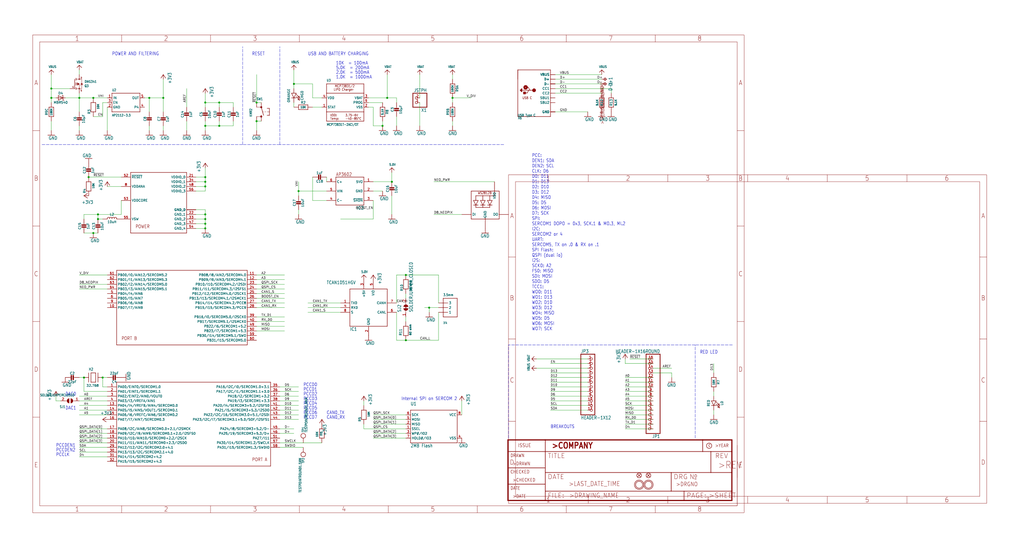
<source format=kicad_sch>
(kicad_sch (version 20211123) (generator eeschema)
  (paper "User" 557.53 299.161)
  (junction (at 111.76 96.52))
  (junction (at 208.28 68.58))
  (junction (at 119.38 55.88))
  (junction (at 160.02 45.72))
  (junction (at 50.8 53.34))
  (junction (at 139.7 66.04))
  (junction (at 50.8 127))
  (junction (at 111.76 119.38))
  (junction (at 81.28 53.34))
  (junction (at 88.9 53.34))
  (junction (at 246.38 53.34))
  (junction (at 111.76 101.6))
  (junction (at 233.68 167.64))
  (junction (at 111.76 68.58))
  (junction (at 213.36 99.06))
  (junction (at 111.76 121.92))
  (junction (at 45.72 205.74))
  (junction (at 162.56 104.14))
  (junction (at 53.34 116.84))
  (junction (at 210.82 53.34))
  (junction (at 43.18 53.34))
  (junction (at 48.26 96.52))
  (junction (at 55.88 205.74))
  (junction (at 220.98 185.42))
  (junction (at 119.38 68.58))
  (junction (at 111.76 99.06))
  (junction (at 27.94 53.34))
  (junction (at 53.34 119.38))
  (junction (at 139.7 55.88))
  (junction (at 111.76 124.46))
  (junction (at 220.98 149.86))
  (junction (at 27.94 48.26))
  (junction (at 111.76 55.88))
  (junction (at 111.76 116.84))
  (wire (pts (xy 139.7 40.64) (xy 139.7 55.88)))
  (wire (pts (xy 215.9 53.34) (xy 210.82 53.34)))
  (wire (pts (xy 299.72 223.52) (xy 320.04 223.52)))
  (wire (pts (xy 66.04 116.84) (xy 66.04 109.22)))
  (wire (pts (xy 203.2 109.22) (xy 203.2 119.38)))
  (wire (pts (xy 233.68 167.64) (xy 233.68 170.18)))
  (wire (pts (xy 139.7 55.88) (xy 142.24 55.88)))
  (wire (pts (xy 111.76 96.52) (xy 111.76 91.44)))
  (wire (pts (xy 220.98 149.86) (xy 238.76 149.86)))
  (wire (pts (xy 33.02 218.44) (xy 30.48 218.44)))
  (wire (pts (xy 55.88 205.74) (xy 58.42 205.74)))
  (wire (pts (xy 119.38 55.88) (xy 111.76 55.88)))
  (wire (pts (xy 127 66.04) (xy 127 68.58)))
  (wire (pts (xy 111.76 55.88) (xy 111.76 50.8)))
  (wire (pts (xy 139.7 157.48) (xy 154.94 157.48)))
  (wire (pts (xy 198.12 233.68) (xy 220.98 233.68)))
  (wire (pts (xy 302.26 45.72) (xy 327.66 45.72)))
  (wire (pts (xy 251.46 218.44) (xy 251.46 226.06)))
  (wire (pts (xy 58.42 233.68) (xy 43.18 233.68)))
  (wire (pts (xy 43.18 38.1) (xy 43.18 40.64)))
  (wire (pts (xy 152.4 241.3) (xy 175.26 241.3)))
  (wire (pts (xy 111.76 99.06) (xy 111.76 101.6)))
  (wire (pts (xy 119.38 68.58) (xy 111.76 68.58)))
  (wire (pts (xy 139.7 165.1) (xy 154.94 165.1)))
  (wire (pts (xy 55.88 55.88) (xy 58.42 55.88)))
  (wire (pts (xy 170.18 58.42) (xy 175.26 58.42)))
  (wire (pts (xy 58.42 101.6) (xy 66.04 101.6)))
  (wire (pts (xy 35.56 53.34) (xy 43.18 53.34)))
  (wire (pts (xy 106.68 104.14) (xy 111.76 104.14)))
  (wire (pts (xy 55.88 63.5) (xy 55.88 55.88)))
  (wire (pts (xy 162.56 218.44) (xy 152.4 218.44)))
  (wire (pts (xy 43.18 50.8) (xy 43.18 53.34)))
  (polyline (pts (xy 152.4 78.74) (xy 132.08 78.74)))
  (wire (pts (xy 162.56 104.14) (xy 162.56 106.68)))
  (wire (pts (xy 233.68 167.64) (xy 231.14 167.64)))
  (wire (pts (xy 43.18 238.76) (xy 58.42 238.76)))
  (wire (pts (xy 365.76 203.2) (xy 365.76 205.74)))
  (wire (pts (xy 320.04 60.96) (xy 302.26 60.96)))
  (wire (pts (xy 220.98 236.22) (xy 203.2 236.22)))
  (wire (pts (xy 101.6 58.42) (xy 101.6 48.26)))
  (wire (pts (xy 152.4 210.82) (xy 162.56 210.82)))
  (wire (pts (xy 299.72 210.82) (xy 320.04 210.82)))
  (wire (pts (xy 228.6 68.58) (xy 228.6 55.88)))
  (wire (pts (xy 292.1 195.58) (xy 320.04 195.58)))
  (wire (pts (xy 111.76 124.46) (xy 111.76 121.92)))
  (polyline (pts (xy 274.32 78.74) (xy 152.4 78.74)))
  (wire (pts (xy 170.18 109.22) (xy 170.18 96.52)))
  (wire (pts (xy 220.98 149.86) (xy 215.9 149.86)))
  (wire (pts (xy 170.18 45.72) (xy 170.18 53.34)))
  (wire (pts (xy 246.38 40.64) (xy 246.38 43.18)))
  (wire (pts (xy 220.98 185.42) (xy 238.76 185.42)))
  (wire (pts (xy 139.7 167.64) (xy 154.94 167.64)))
  (wire (pts (xy 27.94 55.88) (xy 27.94 53.34)))
  (wire (pts (xy 58.42 220.98) (xy 43.18 220.98)))
  (wire (pts (xy 111.76 58.42) (xy 111.76 55.88)))
  (wire (pts (xy 220.98 226.06) (xy 203.2 226.06)))
  (wire (pts (xy 58.42 223.52) (xy 43.18 223.52)))
  (wire (pts (xy 106.68 96.52) (xy 111.76 96.52)))
  (wire (pts (xy 355.6 215.9) (xy 340.36 215.9)))
  (wire (pts (xy 101.6 66.04) (xy 101.6 71.12)))
  (wire (pts (xy 58.42 58.42) (xy 58.42 71.12)))
  (wire (pts (xy 208.28 104.14) (xy 203.2 104.14)))
  (wire (pts (xy 388.62 203.2) (xy 388.62 198.12)))
  (wire (pts (xy 152.4 226.06) (xy 162.56 226.06)))
  (wire (pts (xy 106.68 99.06) (xy 111.76 99.06)))
  (wire (pts (xy 302.26 43.18) (xy 327.66 43.18)))
  (wire (pts (xy 162.56 223.52) (xy 152.4 223.52)))
  (wire (pts (xy 246.38 53.34) (xy 246.38 55.88)))
  (wire (pts (xy 355.6 203.2) (xy 365.76 203.2)))
  (wire (pts (xy 111.76 116.84) (xy 106.68 116.84)))
  (wire (pts (xy 50.8 63.5) (xy 55.88 63.5)))
  (wire (pts (xy 340.36 218.44) (xy 355.6 218.44)))
  (wire (pts (xy 327.66 40.64) (xy 302.26 40.64)))
  (wire (pts (xy 38.1 48.26) (xy 27.94 48.26)))
  (wire (pts (xy 27.94 48.26) (xy 27.94 40.64)))
  (wire (pts (xy 340.36 233.68) (xy 355.6 233.68)))
  (wire (pts (xy 106.68 121.92) (xy 111.76 121.92)))
  (wire (pts (xy 246.38 53.34) (xy 256.54 53.34)))
  (wire (pts (xy 119.38 58.42) (xy 119.38 55.88)))
  (wire (pts (xy 320.04 220.98) (xy 299.72 220.98)))
  (wire (pts (xy 66.04 116.84) (xy 53.34 116.84)))
  (wire (pts (xy 139.7 149.86) (xy 154.94 149.86)))
  (wire (pts (xy 269.24 99.06) (xy 236.22 99.06)))
  (wire (pts (xy 139.7 162.56) (xy 154.94 162.56)))
  (wire (pts (xy 177.8 99.06) (xy 177.8 96.52)))
  (wire (pts (xy 238.76 149.86) (xy 238.76 165.1)))
  (wire (pts (xy 162.56 104.14) (xy 162.56 99.06)))
  (wire (pts (xy 213.36 99.06) (xy 213.36 93.98)))
  (polyline (pts (xy 152.4 78.74) (xy 152.4 25.4)))
  (wire (pts (xy 53.34 116.84) (xy 45.72 116.84)))
  (wire (pts (xy 355.6 205.74) (xy 340.36 205.74)))
  (wire (pts (xy 43.18 246.38) (xy 58.42 246.38)))
  (wire (pts (xy 388.62 223.52) (xy 388.62 226.06)))
  (wire (pts (xy 81.28 68.58) (xy 81.28 71.12)))
  (wire (pts (xy 355.6 220.98) (xy 340.36 220.98)))
  (wire (pts (xy 340.36 198.12) (xy 355.6 198.12)))
  (wire (pts (xy 340.36 213.36) (xy 355.6 213.36)))
  (wire (pts (xy 111.76 119.38) (xy 111.76 116.84)))
  (wire (pts (xy 139.7 160.02) (xy 154.94 160.02)))
  (wire (pts (xy 198.12 231.14) (xy 198.12 233.68)))
  (wire (pts (xy 152.4 233.68) (xy 160.02 233.68)))
  (wire (pts (xy 320.04 203.2) (xy 299.72 203.2)))
  (wire (pts (xy 170.18 53.34) (xy 175.26 53.34)))
  (wire (pts (xy 43.18 226.06) (xy 58.42 226.06)))
  (wire (pts (xy 246.38 68.58) (xy 246.38 66.04)))
  (wire (pts (xy 30.48 53.34) (xy 27.94 53.34)))
  (wire (pts (xy 50.8 53.34) (xy 43.18 53.34)))
  (wire (pts (xy 111.76 114.3) (xy 111.76 116.84)))
  (wire (pts (xy 340.36 208.28) (xy 355.6 208.28)))
  (wire (pts (xy 27.94 53.34) (xy 27.94 48.26)))
  (wire (pts (xy 58.42 215.9) (xy 43.18 215.9)))
  (wire (pts (xy 251.46 116.84) (xy 236.22 116.84)))
  (polyline (pts (xy 22.86 78.74) (xy 132.08 78.74)))
  (wire (pts (xy 355.6 210.82) (xy 340.36 210.82)))
  (wire (pts (xy 106.68 114.3) (xy 111.76 114.3)))
  (wire (pts (xy 88.9 68.58) (xy 88.9 71.12)))
  (wire (pts (xy 43.18 68.58) (xy 43.18 71.12)))
  (wire (pts (xy 185.42 165.1) (xy 167.64 165.1)))
  (wire (pts (xy 177.8 109.22) (xy 170.18 109.22)))
  (wire (pts (xy 220.98 175.26) (xy 220.98 172.72)))
  (wire (pts (xy 167.64 167.64) (xy 185.42 167.64)))
  (wire (pts (xy 111.76 71.12) (xy 111.76 68.58)))
  (wire (pts (xy 43.18 218.44) (xy 58.42 218.44)))
  (wire (pts (xy 340.36 195.58) (xy 340.36 198.12)))
  (wire (pts (xy 162.56 228.6) (xy 152.4 228.6)))
  (wire (pts (xy 66.04 96.52) (xy 48.26 96.52)))
  (polyline (pts (xy 276.86 238.76) (xy 276.86 187.96)))
  (wire (pts (xy 111.76 121.92) (xy 111.76 119.38)))
  (wire (pts (xy 127 55.88) (xy 127 58.42)))
  (wire (pts (xy 215.9 185.42) (xy 215.9 170.18)))
  (wire (pts (xy 203.2 119.38) (xy 185.42 119.38)))
  (wire (pts (xy 160.02 48.26) (xy 160.02 45.72)))
  (wire (pts (xy 340.36 226.06) (xy 355.6 226.06)))
  (wire (pts (xy 58.42 154.94) (xy 43.18 154.94)))
  (wire (pts (xy 320.04 218.44) (xy 299.72 218.44)))
  (wire (pts (xy 58.42 157.48) (xy 43.18 157.48)))
  (wire (pts (xy 162.56 116.84) (xy 162.56 114.3)))
  (wire (pts (xy 210.82 53.34) (xy 200.66 53.34)))
  (wire (pts (xy 299.72 205.74) (xy 320.04 205.74)))
  (wire (pts (xy 238.76 170.18) (xy 238.76 185.42)))
  (wire (pts (xy 162.56 213.36) (xy 152.4 213.36)))
  (polyline (pts (xy 132.08 78.74) (xy 132.08 25.4)))
  (wire (pts (xy 299.72 198.12) (xy 320.04 198.12)))
  (wire (pts (xy 215.9 63.5) (xy 215.9 68.58)))
  (wire (pts (xy 160.02 38.1) (xy 160.02 45.72)))
  (wire (pts (xy 139.7 152.4) (xy 154.94 152.4)))
  (wire (pts (xy 111.76 99.06) (xy 111.76 96.52)))
  (wire (pts (xy 55.88 210.82) (xy 58.42 210.82)))
  (wire (pts (xy 139.7 71.12) (xy 139.7 66.04)))
  (wire (pts (xy 139.7 180.34) (xy 154.94 180.34)))
  (wire (pts (xy 213.36 106.68) (xy 213.36 116.84)))
  (wire (pts (xy 299.72 215.9) (xy 320.04 215.9)))
  (polyline (pts (xy 398.78 187.96) (xy 378.46 187.96)))
  (wire (pts (xy 119.38 55.88) (xy 127 55.88)))
  (wire (pts (xy 152.4 215.9) (xy 162.56 215.9)))
  (wire (pts (xy 43.18 241.3) (xy 58.42 241.3)))
  (wire (pts (xy 160.02 55.88) (xy 160.02 58.42)))
  (wire (pts (xy 228.6 40.64) (xy 228.6 53.34)))
  (wire (pts (xy 53.34 127) (xy 50.8 127)))
  (wire (pts (xy 152.4 220.98) (xy 162.56 220.98)))
  (wire (pts (xy 53.34 116.84) (xy 53.34 119.38)))
  (wire (pts (xy 81.28 60.96) (xy 81.28 53.34)))
  (wire (pts (xy 160.02 45.72) (xy 170.18 45.72)))
  (wire (pts (xy 139.7 175.26) (xy 154.94 175.26)))
  (wire (pts (xy 58.42 213.36) (xy 45.72 213.36)))
  (wire (pts (xy 320.04 208.28) (xy 299.72 208.28)))
  (wire (pts (xy 203.2 99.06) (xy 213.36 99.06)))
  (wire (pts (xy 355.6 228.6) (xy 340.36 228.6)))
  (wire (pts (xy 355.6 223.52) (xy 340.36 223.52)))
  (wire (pts (xy 78.74 53.34) (xy 81.28 53.34)))
  (wire (pts (xy 106.68 124.46) (xy 111.76 124.46)))
  (wire (pts (xy 43.18 236.22) (xy 58.42 236.22)))
  (wire (pts (xy 152.4 236.22) (xy 160.02 236.22)))
  (wire (pts (xy 58.42 149.86) (xy 43.18 149.86)))
  (wire (pts (xy 302.26 50.8) (xy 327.66 50.8)))
  (wire (pts (xy 88.9 53.34) (xy 88.9 43.18)))
  (wire (pts (xy 139.7 172.72) (xy 154.94 172.72)))
  (wire (pts (xy 142.24 66.04) (xy 139.7 66.04)))
  (wire (pts (xy 355.6 195.58) (xy 342.9 195.58)))
  (wire (pts (xy 30.48 218.44) (xy 30.48 215.9)))
  (wire (pts (xy 388.62 213.36) (xy 388.62 215.9)))
  (wire (pts (xy 355.6 200.66) (xy 365.76 200.66)))
  (wire (pts (xy 320.04 213.36) (xy 299.72 213.36)))
  (wire (pts (xy 58.42 248.92) (xy 43.18 248.92)))
  (wire (pts (xy 45.72 116.84) (xy 45.72 119.38)))
  (polyline (pts (xy 378.46 238.76) (xy 378.46 187.96)))
  (polyline (pts (xy 378.46 187.96) (xy 276.86 187.96)))
  (wire (pts (xy 139.7 177.8) (xy 154.94 177.8)))
  (wire (pts (xy 45.72 213.36) (xy 45.72 205.74)))
  (wire (pts (xy 220.98 185.42) (xy 215.9 185.42)))
  (wire (pts (xy 106.68 101.6) (xy 111.76 101.6)))
  (wire (pts (xy 220.98 231.14) (xy 203.2 231.14)))
  (wire (pts (xy 106.68 119.38) (xy 111.76 119.38)))
  (wire (pts (xy 340.36 231.14) (xy 355.6 231.14)))
  (wire (pts (xy 111.76 104.14) (xy 111.76 101.6)))
  (wire (pts (xy 198.12 218.44) (xy 198.12 220.98)))
  (wire (pts (xy 88.9 53.34) (xy 88.9 60.96)))
  (wire (pts (xy 210.82 40.64) (xy 210.82 53.34)))
  (wire (pts (xy 238.76 167.64) (xy 233.68 167.64)))
  (wire (pts (xy 119.38 68.58) (xy 119.38 66.04)))
  (wire (pts (xy 167.64 170.18) (xy 185.42 170.18)))
  (wire (pts (xy 215.9 149.86) (xy 215.9 165.1)))
  (wire (pts (xy 111.76 68.58) (xy 111.76 66.04)))
  (wire (pts (xy 215.9 55.88) (xy 215.9 53.34)))
  (wire (pts (xy 203.2 68.58) (xy 208.28 68.58)))
  (wire (pts (xy 127 68.58) (xy 119.38 68.58)))
  (wire (pts (xy 203.2 238.76) (xy 220.98 238.76)))
  (wire (pts (xy 139.7 154.94) (xy 154.94 154.94)))
  (wire (pts (xy 302.26 48.26) (xy 332.74 48.26)))
  (wire (pts (xy 43.18 53.34) (xy 43.18 60.96)))
  (wire (pts (xy 320.04 200.66) (xy 292.1 200.66)))
  (wire (pts (xy 177.8 104.14) (xy 162.56 104.14)))
  (wire (pts (xy 55.88 205.74) (xy 55.88 210.82)))
  (wire (pts (xy 55.88 119.38) (xy 53.34 119.38)))
  (wire (pts (xy 43.18 205.74) (xy 45.72 205.74)))
  (wire (pts (xy 165.1 243.84) (xy 152.4 243.84)))
  (wire (pts (xy 220.98 162.56) (xy 220.98 160.02)))
  (wire (pts (xy 45.72 127) (xy 50.8 127)))
  (wire (pts (xy 203.2 228.6) (xy 220.98 228.6)))
  (wire (pts (xy 27.94 71.12) (xy 27.94 66.04)))
  (wire (pts (xy 332.74 48.26) (xy 332.74 50.8)))
  (wire (pts (xy 200.66 55.88) (xy 208.28 55.88)))
  (wire (pts (xy 58.42 53.34) (xy 50.8 53.34)))
  (wire (pts (xy 203.2 58.42) (xy 203.2 68.58)))
  (wire (pts (xy 208.28 66.04) (xy 208.28 68.58)))
  (wire (pts (xy 200.66 58.42) (xy 203.2 58.42)))
  (wire (pts (xy 58.42 243.84) (xy 43.18 243.84)))
  (wire (pts (xy 81.28 53.34) (xy 88.9 53.34)))
  (text "2.0K  = 500mA" (at 182.88 40.64 180) (effects (font (size 1.778 1.5113)) (justify left bottom)))
  (text "5.0K  = 200mA" (at 182.88 38.1 180) (effects (font (size 1.778 1.5113)) (justify left bottom)))
  (text "PCCLK" (at 30.48 248.92 180) (effects (font (size 1.778 1.5113)) (justify left bottom)))
  (text "USB AND BATTERY CHARGING" (at 167.64 30.48 180) (effects (font (size 1.778 1.5113)) (justify left bottom)))
  (text "PCCD1" (at 165.1 213.36 180) (effects (font (size 1.778 1.5113)) (justify left bottom)))
  (text "PCCD7" (at 165.1 228.6 180) (effects (font (size 1.778 1.5113)) (justify left bottom)))
  (text "BREAKOUTS" (at 299.72 233.68 180) (effects (font (size 1.778 1.5113)) (justify left bottom)))
  (text "CAN0_RX" (at 177.8 228.6 180) (effects (font (size 1.778 1.5113)) (justify left bottom)))
  (text "Internal SPI on SERCOM 2" (at 218.44 218.44 180) (effects (font (size 1.778 1.5113)) (justify left bottom)))
  (text "PCCD6" (at 165.1 226.06 180) (effects (font (size 1.778 1.5113)) (justify left bottom)))
  (text "RED LED" (at 381 193.04 180) (effects (font (size 1.778 1.5113)) (justify left bottom)))
  (text "PCCD0" (at 165.1 210.82 180) (effects (font (size 1.778 1.5113)) (justify left bottom)))
  (text "PCCD2" (at 165.1 215.9 180) (effects (font (size 1.778 1.5113)) (justify left bottom)))
  (text "PCCD5" (at 165.1 223.52 180) (effects (font (size 1.778 1.5113)) (justify left bottom)))
  (text "PCC:\nDEN1: SDA\nDEN2: SCL\nCLK: D6\nD0: D11\nD1: D13\nD2: D10\nD3: D12\nD4: MISO\nD5: D5\nD6: MOSI\nD7: SCK\nSPI:\nSERCOM1 DOPO = 0x3, SCK.1 & MO.3, MI.2\nI2C:\nSERCOM2 or 4\nUART:\nSERCOM5, TX on .0 & RX on .1\nSPI Flash:\nQSPI (dual io)\nI2S:\nSCK0: A2\nFS0: MISO\nSDI: MOSI\nSDO: D5\nTCC1:\nWO0: D11\nWO1: D13\nWO2: D10\nWO3: D12\nWO4: MISO\nWO5: D5\nWO6: MOSI\nWO7: SCK" (at 289.56 180.34 0) (effects (font (size 1.778 1.5113)) (justify left bottom)))
  (text "10K  = 100mA" (at 182.88 35.56 180) (effects (font (size 1.778 1.5113)) (justify left bottom)))
  (text "RESET" (at 137.16 30.48 180) (effects (font (size 1.778 1.5113)) (justify left bottom)))
  (text "PCCDEN1" (at 30.48 243.84 180) (effects (font (size 1.778 1.5113)) (justify left bottom)))
  (text "POWER AND FILTERING" (at 60.96 30.48 180) (effects (font (size 1.778 1.5113)) (justify left bottom)))
  (text "PCCDEN2" (at 30.48 246.38 180) (effects (font (size 1.778 1.5113)) (justify left bottom)))
  (text "DAC1" (at 35.56 223.52 180) (effects (font (size 1.778 1.5113)) (justify left bottom)))
  (text "PCCD4" (at 165.1 220.98 180) (effects (font (size 1.778 1.5113)) (justify left bottom)))
  (text "PCCD3" (at 165.1 218.44 180) (effects (font (size 1.778 1.5113)) (justify left bottom)))
  (text "1.0K  = 1000mA" (at 182.88 43.18 180) (effects (font (size 1.778 1.5113)) (justify left bottom)))
  (text "CAN0_TX" (at 177.8 226.06 180) (effects (font (size 1.778 1.5113)) (justify left bottom)))
  (text "DAC0" (at 35.56 215.9 180) (effects (font (size 1.778 1.5113)) (justify left bottom)))
  (label "SCL" (at 299.72 220.98 0) (effects (font (size 1.2446 1.2446))))
  (label "D5" (at 299.72 218.44 0) (effects (font (size 1.2446 1.2446))))
  (label "QSPI_DATA[1]" (at 43.18 236.22 0) (effects (font (size 1.2446 1.2446))))
  (label "BOOST_EN" (at 142.24 162.56 0) (effects (font (size 1.2446 1.2446))))
  (label "D12" (at 299.72 205.74 0) (effects (font (size 1.2446 1.2446))))
  (label "A2" (at 340.36 210.82 0) (effects (font (size 1.2446 1.2446))))
  (label "D4" (at 43.18 248.92 0) (effects (font (size 1.2446 1.2446))))
  (label "A0" (at 45.72 215.9 0) (effects (font (size 1.2446 1.2446))))
  (label "CAN1_RX" (at 142.24 167.64 0) (effects (font (size 1.2446 1.2446))))
  (label "QSPI_CS" (at 142.24 157.48 0) (effects (font (size 1.2446 1.2446))))
  (label "NEO_PWR" (at 236.22 99.06 0) (effects (font (size 1.2446 1.2446))))
  (label "CC2" (at 304.8 50.8 0) (effects (font (size 1.2446 1.2446))))
  (label "QSPI_SCK" (at 142.24 154.94 0) (effects (font (size 1.2446 1.2446))))
  (label "QSPI_DATA[1]" (at 203.2 231.14 0) (effects (font (size 1.2446 1.2446))))
  (label "GND" (at 304.8 60.96 0) (effects (font (size 1.2446 1.2446))))
  (label "CAN1_TX" (at 170.18 165.1 0) (effects (font (size 1.2446 1.2446))))
  (label "~{RESET}" (at 342.9 195.58 0) (effects (font (size 1.2446 1.2446))))
  (label "MISO" (at 142.24 177.8 0) (effects (font (size 1.2446 1.2446))))
  (label "D+" (at 325.12 43.18 0) (effects (font (size 1.2446 1.2446))))
  (label "AREF" (at 101.6 55.88 90) (effects (font (size 1.2446 1.2446))))
  (label "D6" (at 299.72 215.9 0) (effects (font (size 1.2446 1.2446))))
  (label "A0" (at 340.36 205.74 0) (effects (font (size 1.2446 1.2446))))
  (label "EN" (at 299.72 198.12 0) (effects (font (size 1.2446 1.2446))))
  (label "A5" (at 45.72 226.06 0) (effects (font (size 1.2446 1.2446))))
  (label "SCL" (at 43.18 246.38 0) (effects (font (size 1.2446 1.2446))))
  (label "D11" (at 154.94 223.52 0) (effects (font (size 1.2446 1.2446))))
  (label "CAN1_TX" (at 142.24 165.1 0) (effects (font (size 1.2446 1.2446))))
  (label "SWCLK" (at 154.94 241.3 0) (effects (font (size 1.2446 1.2446))))
  (label "QSPI_SCK" (at 203.2 226.06 0) (effects (font (size 1.2446 1.2446))))
  (label "D12" (at 154.94 226.06 0) (effects (font (size 1.2446 1.2446))))
  (label "A1" (at 340.36 208.28 0) (effects (font (size 1.2446 1.2446))))
  (label "D13" (at 299.72 203.2 0) (effects (font (size 1.2446 1.2446))))
  (label "D9" (at 299.72 213.36 0) (effects (font (size 1.2446 1.2446))))
  (label "SWDIO" (at 154.94 243.84 0) (effects (font (size 1.2446 1.2446))))
  (label "A1" (at 45.72 223.52 0) (effects (font (size 1.2446 1.2446))))
  (label "~{RESET}" (at 139.7 55.88 90) (effects (font (size 1.2446 1.2446))))
  (label "CC1" (at 304.8 48.26 0) (effects (font (size 1.2446 1.2446))))
  (label "CAN1_S" (at 142.24 160.02 0) (effects (font (size 1.2446 1.2446))))
  (label "VHI" (at 162.56 101.6 90) (effects (font (size 1.2446 1.2446))))
  (label "QSPI_DATA[0]" (at 203.2 228.6 0) (effects (font (size 1.2446 1.2446))))
  (label "D+" (at 154.94 236.22 0) (effects (font (size 1.2446 1.2446))))
  (label "D8_NEOPIX" (at 43.18 154.94 0) (effects (font (size 1.2446 1.2446))))
  (label "A4" (at 340.36 215.9 0) (effects (font (size 1.2446 1.2446))))
  (label "D9" (at 154.94 218.44 0) (effects (font (size 1.2446 1.2446))))
  (label "CAN1_S" (at 170.18 170.18 0) (effects (font (size 1.2446 1.2446))))
  (label "V_DIV" (at 43.18 149.86 0) (effects (font (size 1.2446 1.2446))))
  (label "CAN_H" (at 215.9 165.1 0) (effects (font (size 1.2446 1.2446))))
  (label "D10" (at 299.72 210.82 0) (effects (font (size 1.2446 1.2446))))
  (label "BOOST_EN" (at 203.2 114.3 180) (effects (font (size 1.2446 1.2446))))
  (label "VBUS" (at 304.8 40.64 0) (effects (font (size 1.2446 1.2446))))
  (label "MISO" (at 340.36 226.06 0) (effects (font (size 1.2446 1.2446))))
  (label "CAN1_RX" (at 170.18 167.64 0) (effects (font (size 1.2446 1.2446))))
  (label "MOSI" (at 142.24 180.34 0) (effects (font (size 1.2446 1.2446))))
  (label "QSPI_DATA[0]" (at 43.18 233.68 0) (effects (font (size 1.2446 1.2446))))
  (label "QSPI_DATA[2]" (at 43.18 238.76 0) (effects (font (size 1.2446 1.2446))))
  (label "D-" (at 304.8 45.72 0) (effects (font (size 1.2446 1.2446))))
  (label "QSPI_CS" (at 203.2 233.68 0) (effects (font (size 1.2446 1.2446))))
  (label "D11" (at 299.72 208.28 0) (effects (font (size 1.2446 1.2446))))
  (label "SDA" (at 43.18 243.84 0) (effects (font (size 1.2446 1.2446))))
  (label "V_DIV" (at 254 53.34 0) (effects (font (size 1.2446 1.2446))))
  (label "D-" (at 325.12 45.72 0) (effects (font (size 1.2446 1.2446))))
  (label "TX_D1" (at 340.36 231.14 0) (effects (font (size 1.2446 1.2446))))
  (label "D10" (at 154.94 220.98 0) (effects (font (size 1.2446 1.2446))))
  (label "D5" (at 154.94 210.82 0) (effects (font (size 1.2446 1.2446))))
  (label "AREF" (at 45.72 218.44 0) (effects (font (size 1.2446 1.2446))))
  (label "SCK" (at 154.94 213.36 0) (effects (font (size 1.2446 1.2446))))
  (label "A3" (at 142.24 152.4 0) (effects (font (size 1.2446 1.2446))))
  (label "D13" (at 388.62 198.12 270) (effects (font (size 1.2446 1.2446))))
  (label "SCK" (at 340.36 220.98 0) (effects (font (size 1.2446 1.2446))))
  (label "CAN_L" (at 228.6 185.42 0) (effects (font (size 1.2446 1.2446))))
  (label "D6" (at 154.94 215.9 0) (effects (font (size 1.2446 1.2446))))
  (label "QSPI_DATA[3]" (at 203.2 238.76 0) (effects (font (size 1.2446 1.2446))))
  (label "D8_NEOPIX" (at 236.22 116.84 0) (effects (font (size 1.2446 1.2446))))
  (label "D13" (at 154.94 228.6 0) (effects (font (size 1.2446 1.2446))))
  (label "QSPI_DATA[2]" (at 203.2 236.22 0) (effects (font (size 1.2446 1.2446))))
  (label "NEO_PWR" (at 43.18 157.48 0) (effects (font (size 1.2446 1.2446))))
  (label "A3" (at 340.36 213.36 0) (effects (font (size 1.2446 1.2446))))
  (label "MOSI" (at 340.36 223.52 0) (effects (font (size 1.2446 1.2446))))
  (label "~{RESET}" (at 50.8 96.52 0) (effects (font (size 1.2446 1.2446))))
  (label "VHI" (at 53.34 53.34 0) (effects (font (size 1.2446 1.2446))))
  (label "QSPI_DATA[3]" (at 43.18 241.3 0) (effects (font (size 1.2446 1.2446))))
  (label "EN" (at 53.34 63.5 0) (effects (font (size 1.2446 1.2446))))
  (label "D4" (at 340.36 233.68 0) (effects (font (size 1.2446 1.2446))))
  (label "D-" (at 154.94 233.68 0) (effects (font (size 1.2446 1.2446))))
  (label "A2" (at 142.24 149.86 0) (effects (font (size 1.2446 1.2446))))
  (label "TX_D1" (at 142.24 172.72 0) (effects (font (size 1.2446 1.2446))))
  (label "A5" (at 340.36 218.44 0) (effects (font (size 1.2446 1.2446))))
  (label "AREF" (at 360.68 200.66 0) (effects (font (size 1.2446 1.2446))))
  (label "RX_D0" (at 142.24 175.26 0) (effects (font (size 1.2446 1.2446))))
  (label "RX_D0" (at 340.36 228.6 0) (effects (font (size 1.2446 1.2446))))
  (label "A4" (at 45.72 220.98 0) (effects (font (size 1.2446 1.2446))))
  (label "SDA" (at 299.72 223.52 0) (effects (font (size 1.2446 1.2446))))
  (label "D+" (at 304.8 43.18 0) (effects (font (size 1.2446 1.2446))))
  (symbol (lib_id "eagleSchem-eagle-import:+3V3") (at 198.12 215.9 0) (mirror y) (unit 1)
    (property "Reference" "#+3V8" (effects hide))
    (property "Value" "+3V3" (at 200.66 220.98 90) (effects (font (size 1.778 1.5113)) (justify left bottom)))
    (property "Footprint" "eagleSchem:" (effects hide))
  )
  (symbol (lib_id "eagleSchem-eagle-import:GND") (at 139.7 73.66 0) (unit 1)
    (property "Reference" "#GND7" (effects hide))
    (property "Value" "GND" (at 137.16 76.2 0) (effects (font (size 1.778 1.5113)) (justify left bottom)))
    (property "Footprint" "eagleSchem:" (effects hide))
  )
  (symbol (lib_id "eagleSchem-eagle-import:+3V3") (at 111.76 48.26 0) (mirror y) (unit 1)
    (property "Reference" "#+3V2" (effects hide))
    (property "Value" "+3V3" (at 114.3 53.34 90) (effects (font (size 1.778 1.5113)) (justify left bottom)))
    (property "Footprint" "eagleSchem:" (effects hide))
  )
  (symbol (lib_id "eagleSchem-eagle-import:VREG_SOT23-5") (at 68.58 55.88 0) (unit 1)
    (property "Reference" "U2" (at 60.96 49.784 0) (effects (font (size 1.27 1.0795)) (justify left bottom)))
    (property "Value" "AP2112-3.3" (at 60.96 63.5 0) (effects (font (size 1.27 1.0795)) (justify left bottom)))
    (property "Footprint" "eagleSchem:SOT23-5@1" (effects hide))
  )
  (symbol (lib_id "eagleSchem-eagle-import:GND") (at 213.36 119.38 0) (unit 1)
    (property "Reference" "#U$37" (effects hide))
    (property "Value" "GND" (at 211.836 121.92 0) (effects (font (size 1.778 1.5113)) (justify left bottom)))
    (property "Footprint" "eagleSchem:" (effects hide))
  )
  (symbol (lib_id "eagleSchem-eagle-import:FIDUCIAL_1MM") (at 347.98 259.08 0) (unit 1)
    (property "Reference" "U$35" (effects hide))
    (property "Value" "FIDUCIAL_1MM" (effects hide))
    (property "Footprint" "eagleSchem:FIDUCIAL_1MM" (effects hide))
  )
  (symbol (lib_id "eagleSchem-eagle-import:VBUS") (at 327.66 38.1 0) (unit 1)
    (property "Reference" "#U$44" (effects hide))
    (property "Value" "VBUS" (at 326.136 37.084 0) (effects (font (size 1.27 1.0795)) (justify left bottom)))
    (property "Footprint" "eagleSchem:" (effects hide))
  )
  (symbol (lib_id "eagleSchem-eagle-import:CON_JST_PH_2PIN_BATT") (at 226.06 53.34 180) (unit 1)
    (property "Reference" "X1" (at 232.41 59.055 0) (effects (font (size 1.778 1.5113)) (justify left bottom)))
    (property "Value" "JSTPH" (at 232.41 48.26 0) (effects (font (size 1.778 1.5113)) (justify left bottom)))
    (property "Footprint" "eagleSchem:JSTPH2_BATT" (effects hide))
  )
  (symbol (lib_id "eagleSchem-eagle-import:MCP73831{slash}2") (at 187.96 55.88 0) (unit 1)
    (property "Reference" "U3" (at 177.8 44.45 0) (effects (font (size 1.27 1.0795)) (justify left bottom)))
    (property "Value" "MCP73831T-2ACI/OT" (at 177.8 68.58 0) (effects (font (size 1.27 1.0795)) (justify left bottom)))
    (property "Footprint" "eagleSchem:SOT23-5" (effects hide))
  )
  (symbol (lib_id "eagleSchem-eagle-import:CAP_CERAMIC0805-NOOUTLINE") (at 111.76 63.5 0) (unit 1)
    (property "Reference" "C5" (at 109.47 62.25 90))
    (property "Value" "10uF" (at 114.06 62.25 90))
    (property "Footprint" "eagleSchem:0805-NO" (effects hide))
  )
  (symbol (lib_id "eagleSchem-eagle-import:CAP_CERAMIC0805-NOOUTLINE") (at 162.56 111.76 0) (unit 1)
    (property "Reference" "C17" (at 160.27 110.51 90))
    (property "Value" "10uF" (at 164.86 110.51 90))
    (property "Footprint" "eagleSchem:0805-NO" (effects hide))
  )
  (symbol (lib_id "eagleSchem-eagle-import:CAP_CERAMIC0603_NO") (at 88.9 66.04 0) (unit 1)
    (property "Reference" "C7" (at 86.61 64.79 90))
    (property "Value" "1uF" (at 91.2 64.79 90))
    (property "Footprint" "eagleSchem:0603-NO" (effects hide))
  )
  (symbol (lib_id "eagleSchem-eagle-import:GND") (at 365.76 208.28 0) (unit 1)
    (property "Reference" "#GND4" (effects hide))
    (property "Value" "GND" (at 363.22 210.82 0) (effects (font (size 1.778 1.5113)) (justify left bottom)))
    (property "Footprint" "eagleSchem:" (effects hide))
  )
  (symbol (lib_id "eagleSchem-eagle-import:GND") (at 208.28 106.68 0) (unit 1)
    (property "Reference" "#U$43" (effects hide))
    (property "Value" "GND" (at 206.756 109.22 0) (effects (font (size 1.778 1.5113)) (justify left bottom)))
    (property "Footprint" "eagleSchem:" (effects hide))
  )
  (symbol (lib_id "eagleSchem-eagle-import:TPB1,27") (at 330.2 45.72 270) (unit 1)
    (property "Reference" "D-1" (at 331.47 44.45 0) (effects (font (size 1.778 1.5113)) (justify left bottom)))
    (property "Value" "TPB1,27" (effects hide))
    (property "Footprint" "eagleSchem:B1,27" (effects hide))
  )
  (symbol (lib_id "eagleSchem-eagle-import:5.0V") (at 198.12 149.86 0) (unit 1)
    (property "Reference" "#U$23" (effects hide))
    (property "Value" "5.0V" (at 196.596 148.844 0) (effects (font (size 1.27 1.0795)) (justify left bottom)))
    (property "Footprint" "eagleSchem:" (effects hide))
  )
  (symbol (lib_id "eagleSchem-eagle-import:RESISTOR_0603_NOOUT") (at 165.1 58.42 0) (unit 1)
    (property "Reference" "R2" (at 165.1 55.88 0))
    (property "Value" "10K" (at 165.1 58.42 0) (effects (font (size 1.016 1.016) bold)))
    (property "Footprint" "eagleSchem:0603-NO" (effects hide))
  )
  (symbol (lib_id "eagleSchem-eagle-import:GND") (at 58.42 73.66 0) (unit 1)
    (property "Reference" "#U$30" (effects hide))
    (property "Value" "GND" (at 56.896 76.2 0) (effects (font (size 1.778 1.5113)) (justify left bottom)))
    (property "Footprint" "eagleSchem:" (effects hide))
  )
  (symbol (lib_id "eagleSchem-eagle-import:GND") (at 320.04 63.5 0) (unit 1)
    (property "Reference" "#U$41" (effects hide))
    (property "Value" "GND" (at 318.516 66.04 0) (effects (font (size 1.778 1.5113)) (justify left bottom)))
    (property "Footprint" "eagleSchem:" (effects hide))
  )
  (symbol (lib_id "eagleSchem-eagle-import:+3V3") (at 175.26 228.6 0) (mirror y) (unit 1)
    (property "Reference" "#+3V7" (effects hide))
    (property "Value" "+3V3" (at 177.8 231.14 90) (effects (font (size 1.778 1.5113)) (justify right top)))
    (property "Footprint" "eagleSchem:" (effects hide))
  )
  (symbol (lib_id "eagleSchem-eagle-import:RESISTOR_0603_NOOUT") (at 175.26 236.22 270) (unit 1)
    (property "Reference" "R6" (at 174.2186 234.95 0) (effects (justify left bottom)))
    (property "Value" "10K" (at 171.958 234.95 0) (effects (font (size 1.016 1.016) bold) (justify left bottom)))
    (property "Footprint" "eagleSchem:0603-NO" (effects hide))
  )
  (symbol (lib_id "eagleSchem-eagle-import:+3V3") (at 111.76 88.9 0) (unit 1)
    (property "Reference" "#+3V12" (effects hide))
    (property "Value" "+3V3" (at 109.22 93.98 90) (effects (font (size 1.778 1.5113)) (justify left bottom)))
    (property "Footprint" "eagleSchem:" (effects hide))
  )
  (symbol (lib_id "eagleSchem-eagle-import:GND") (at 228.6 71.12 0) (unit 1)
    (property "Reference" "#U$22" (effects hide))
    (property "Value" "GND" (at 227.076 73.66 0) (effects (font (size 1.778 1.5113)) (justify left bottom)))
    (property "Footprint" "eagleSchem:" (effects hide))
  )
  (symbol (lib_id "eagleSchem-eagle-import:GND") (at 27.94 73.66 0) (unit 1)
    (property "Reference" "#U$25" (effects hide))
    (property "Value" "GND" (at 26.416 76.2 0) (effects (font (size 1.778 1.5113)) (justify left bottom)))
    (property "Footprint" "eagleSchem:" (effects hide))
  )
  (symbol (lib_id "eagleSchem-eagle-import:CAP_CERAMIC0805-NOOUTLINE") (at 43.18 66.04 0) (unit 1)
    (property "Reference" "C6" (at 40.89 64.79 90))
    (property "Value" "10µF" (at 45.48 64.79 90))
    (property "Footprint" "eagleSchem:0805-NO" (effects hide))
  )
  (symbol (lib_id "eagleSchem-eagle-import:LED0603_NOOUTLINE") (at 160.02 53.34 270) (unit 1)
    (property "Reference" "CHG0" (at 164.465 52.07 0))
    (property "Value" "ORANGE" (at 157.226 52.07 0))
    (property "Footprint" "eagleSchem:CHIPLED_0603_NOOUTLINE" (effects hide))
  )
  (symbol (lib_id "eagleSchem-eagle-import:GND") (at 111.76 127 0) (unit 1)
    (property "Reference" "#U$18" (effects hide))
    (property "Value" "GND" (at 110.236 129.54 0) (effects (font (size 1.778 1.5113)) (justify left bottom)))
    (property "Footprint" "eagleSchem:" (effects hide))
  )
  (symbol (lib_id "eagleSchem-eagle-import:GND") (at 101.6 73.66 0) (mirror y) (unit 1)
    (property "Reference" "#GND12" (effects hide))
    (property "Value" "GND" (at 104.14 76.2 0) (effects (font (size 1.778 1.5113)) (justify left bottom)))
    (property "Footprint" "eagleSchem:" (effects hide))
  )
  (symbol (lib_id "eagleSchem-eagle-import:GND") (at 111.76 73.66 0) (unit 1)
    (property "Reference" "#U$11" (effects hide))
    (property "Value" "GND" (at 110.236 76.2 0) (effects (font (size 1.778 1.5113)) (justify left bottom)))
    (property "Footprint" "eagleSchem:" (effects hide))
  )
  (symbol (lib_id "eagleSchem-eagle-import:RESISTOR_0603_NOOUT") (at 388.62 208.28 270) (unit 1)
    (property "Reference" "R7" (at 391.16 208.28 0))
    (property "Value" "10K" (at 388.62 208.28 0) (effects (font (size 1.016 1.016) bold)))
    (property "Footprint" "eagleSchem:0603-NO" (effects hide))
  )
  (symbol (lib_id "eagleSchem-eagle-import:TPB1,27") (at 330.2 43.18 270) (unit 1)
    (property "Reference" "D+1" (at 331.47 41.91 0) (effects (font (size 1.778 1.5113)) (justify left bottom)))
    (property "Value" "TPB1,27" (effects hide))
    (property "Footprint" "eagleSchem:B1,27" (effects hide))
  )
  (symbol (lib_id "eagleSchem-eagle-import:CAN_TRANSCIEVER_TCAN1051V") (at 200.66 167.64 0) (unit 1)
    (property "Reference" "IC1" (at 190.5 180.34 0) (effects (font (size 1.778 1.5113)) (justify left bottom)))
    (property "Value" "TCAN1051HGV" (at 177.8 154.94 0) (effects (font (size 1.778 1.5113)) (justify left bottom)))
    (property "Footprint" "eagleSchem:SOIC8_150MIL" (effects hide))
  )
  (symbol (lib_id "eagleSchem-eagle-import:SWITCH_TACT_SMT4.6X2.8") (at 142.24 60.96 270) (unit 1)
    (property "Reference" "SW1" (at 139.7 54.61 90) (effects (font (size 1.27 1.0795)) (justify left bottom)))
    (property "Value" "KMR2" (at 135.89 59.055 0) (effects (font (size 1.27 1.0795)) (justify left bottom)))
    (property "Footprint" "eagleSchem:BTN_KMR2_4.6X2.8" (effects hide))
  )
  (symbol (lib_id "eagleSchem-eagle-import:SOLDERJUMPERCLOSED") (at 38.1 218.44 180) (unit 1)
    (property "Reference" "SJ1" (at 35.56 220.98 0) (effects (font (size 1.27 1.0795)) (justify left bottom)))
    (property "Value" "SOLDERJUMPERCLOSED" (at 40.64 214.63 0) (effects (font (size 1.27 1.0795)) (justify left bottom)))
    (property "Footprint" "eagleSchem:SOLDERJUMPER_CLOSEDWIRE" (effects hide))
  )
  (symbol (lib_id "eagleSchem-eagle-import:CAP_CERAMIC0603_NO") (at 48.26 93.98 0) (unit 1)
    (property "Reference" "C12" (at 45.97 92.73 90))
    (property "Value" "1uF" (at 50.56 92.73 90))
    (property "Footprint" "eagleSchem:0603-NO" (effects hide))
  )
  (symbol (lib_id "eagleSchem-eagle-import:MOUNTINGHOLE2.5") (at 347.98 264.16 0) (unit 1)
    (property "Reference" "U$31" (effects hide))
    (property "Value" "MOUNTINGHOLE2.5" (effects hide))
    (property "Footprint" "eagleSchem:MOUNTINGHOLE_2.5_PLATED" (effects hide))
  )
  (symbol (lib_id "eagleSchem-eagle-import:VBAT") (at 289.56 195.58 90) (unit 1)
    (property "Reference" "#U$20" (effects hide))
    (property "Value" "VBAT" (at 288.544 197.104 0) (effects (font (size 1.27 1.0795)) (justify left bottom)))
    (property "Footprint" "eagleSchem:" (effects hide))
  )
  (symbol (lib_id "eagleSchem-eagle-import:CAP_CERAMIC0805-NOOUTLINE") (at 215.9 60.96 0) (unit 1)
    (property "Reference" "C3" (at 213.61 59.71 90))
    (property "Value" "10µF" (at 218.2 59.71 90))
    (property "Footprint" "eagleSchem:0805-NO" (effects hide))
  )
  (symbol (lib_id "eagleSchem-eagle-import:RESISTOR0805_NOOUTLINE") (at 220.98 180.34 270) (unit 1)
    (property "Reference" "R11" (at 217.3986 179.07 0) (effects (justify left bottom)))
    (property "Value" "60 ohm" (at 222.758 176.53 0) (effects (font (size 1.016 1.016) bold) (justify left bottom)))
    (property "Footprint" "eagleSchem:0805-NO" (effects hide))
  )
  (symbol (lib_id "eagleSchem-eagle-import:GND") (at 233.68 172.72 0) (unit 1)
    (property "Reference" "#U$5" (effects hide))
    (property "Value" "GND" (at 232.156 175.26 0) (effects (font (size 1.778 1.5113)) (justify left bottom)))
    (property "Footprint" "eagleSchem:" (effects hide))
  )
  (symbol (lib_id "eagleSchem-eagle-import:VBUS") (at 160.02 35.56 0) (unit 1)
    (property "Reference" "#U$38" (effects hide))
    (property "Value" "VBUS" (at 158.496 34.544 0) (effects (font (size 1.27 1.0795)) (justify left bottom)))
    (property "Footprint" "eagleSchem:" (effects hide))
  )
  (symbol (lib_id "eagleSchem-eagle-import:CAP_CERAMIC0603_NO") (at 119.38 63.5 0) (unit 1)
    (property "Reference" "C10" (at 117.09 62.25 90))
    (property "Value" "1uF" (at 121.68 62.25 90))
    (property "Footprint" "eagleSchem:0603-NO" (effects hide))
  )
  (symbol (lib_id "eagleSchem-eagle-import:FRAME_A3") (at 17.78 279.4 0) (unit 1)
    (property "Reference" "#FRAME2" (effects hide))
    (property "Value" "FRAME_A3" (effects hide))
    (property "Footprint" "eagleSchem:" (effects hide))
  )
  (symbol (lib_id "eagleSchem-eagle-import:HEADER-1X16ROUND") (at 353.06 215.9 180) (unit 1)
    (property "Reference" "JP1" (at 359.41 236.855 0) (effects (font (size 1.778 1.5113)) (justify left bottom)))
    (property "Value" "HEADER-1X16ROUND" (at 359.41 190.5 0) (effects (font (size 1.778 1.5113)) (justify left bottom)))
    (property "Footprint" "eagleSchem:1X16_ROUND" (effects hide))
  )
  (symbol (lib_id "eagleSchem-eagle-import:HEADER-1X12") (at 322.58 210.82 0) (unit 1)
    (property "Reference" "JP3" (at 316.23 192.405 0) (effects (font (size 1.778 1.5113)) (justify left bottom)))
    (property "Value" "HEADER-1X12" (at 316.23 228.6 0) (effects (font (size 1.778 1.5113)) (justify left bottom)))
    (property "Footprint" "eagleSchem:1X12_ROUND" (effects hide))
  )
  (symbol (lib_id "eagleSchem-eagle-import:XTAL-3.2X1.5") (at 50.8 205.74 0) (unit 1)
    (property "Reference" "X2" (at 48.26 201.93 0) (effects (justify left bottom)))
    (property "Value" "32.768" (at 46.99 210.82 0) (effects (justify left bottom)))
    (property "Footprint" "eagleSchem:XTAL3215" (effects hide))
  )
  (symbol (lib_id "eagleSchem-eagle-import:SOLDERJUMPER_CLOSED") (at 220.98 167.64 90) (unit 1)
    (property "Reference" "SJ2" (at 218.44 170.18 0) (effects (font (size 1.778 1.5113)) (justify left bottom)))
    (property "Value" "SOLDERJUMPER_CLOSED" (at 224.79 170.18 0) (effects (font (size 1.778 1.5113)) (justify left bottom)))
    (property "Footprint" "eagleSchem:SOLDERJUMPER_CLOSEDWIRE" (effects hide))
  )
  (symbol (lib_id "eagleSchem-eagle-import:+3V3") (at 203.2 149.86 0) (mirror y) (unit 1)
    (property "Reference" "#+3V13" (effects hide))
    (property "Value" "+3V3" (at 205.74 154.94 90) (effects (font (size 1.778 1.5113)) (justify left bottom)))
    (property "Footprint" "eagleSchem:" (effects hide))
  )
  (symbol (lib_id "eagleSchem-eagle-import:GND") (at 264.16 127 0) (unit 1)
    (property "Reference" "#GND15" (effects hide))
    (property "Value" "GND" (at 261.62 129.54 0) (effects (font (size 1.778 1.5113)) (justify left bottom)))
    (property "Footprint" "eagleSchem:" (effects hide))
  )
  (symbol (lib_id "eagleSchem-eagle-import:+3V3") (at 45.72 106.68 90) (unit 1)
    (property "Reference" "#+3V9" (effects hide))
    (property "Value" "+3V3" (at 50.8 109.22 90) (effects (font (size 1.778 1.5113)) (justify left bottom)))
    (property "Footprint" "eagleSchem:" (effects hide))
  )
  (symbol (lib_id "eagleSchem-eagle-import:CAP_CERAMIC0603_NO") (at 101.6 63.5 0) (unit 1)
    (property "Reference" "C14" (at 99.31 62.25 90))
    (property "Value" "1uF" (at 103.9 62.25 90))
    (property "Footprint" "eagleSchem:0603-NO" (effects hide))
  )
  (symbol (lib_id "eagleSchem-eagle-import:FIDUCIAL_1MM") (at 353.06 259.08 0) (unit 1)
    (property "Reference" "U$34" (effects hide))
    (property "Value" "FIDUCIAL_1MM" (effects hide))
    (property "Footprint" "eagleSchem:FIDUCIAL_1MM" (effects hide))
  )
  (symbol (lib_id "eagleSchem-eagle-import:SPIFLASH_8PINUX") (at 236.22 233.68 0) (unit 1)
    (property "Reference" "U1" (at 223.52 220.98 0) (effects (font (size 1.778 1.5113)) (justify left bottom)))
    (property "Value" "2MB Flash" (at 223.52 243.84 0) (effects (font (size 1.778 1.5113)) (justify left bottom)))
    (property "Footprint" "eagleSchem:USON8" (effects hide))
  )
  (symbol (lib_id "eagleSchem-eagle-import:VBUS") (at 27.94 38.1 0) (unit 1)
    (property "Reference" "#U$15" (effects hide))
    (property "Value" "VBUS" (at 26.416 37.084 0) (effects (font (size 1.27 1.0795)) (justify left bottom)))
    (property "Footprint" "eagleSchem:" (effects hide))
  )
  (symbol (lib_id "eagleSchem-eagle-import:+3V3") (at 340.36 193.04 0) (unit 1)
    (property "Reference" "#+3V1" (effects hide))
    (property "Value" "+3V3" (at 337.82 198.12 90) (effects (font (size 1.778 1.5113)) (justify left bottom)))
    (property "Footprint" "eagleSchem:" (effects hide))
  )
  (symbol (lib_id "eagleSchem-eagle-import:RESISTOR_4PACK_NO") (at 246.38 48.26 270) (mirror x) (unit 1)
    (property "Reference" "R9" (at 248.92 48.26 0))
    (property "Value" "100K" (at 246.38 48.26 0) (effects (font (size 1.016 1.016) bold)))
    (property "Footprint" "eagleSchem:RESPACK_4X0603_NO" (effects hide))
  )
  (symbol (lib_id "eagleSchem-eagle-import:RESISTOR_0603_NOOUT") (at 208.28 60.96 270) (unit 1)
    (property "Reference" "R8" (at 210.82 60.96 0))
    (property "Value" "5.1K" (at 208.28 60.96 0) (effects (font (size 1.016 1.016) bold)))
    (property "Footprint" "eagleSchem:0603-NO" (effects hide))
  )
  (symbol (lib_id "eagleSchem-eagle-import:GND") (at 388.62 228.6 0) (mirror y) (unit 1)
    (property "Reference" "#GND10" (effects hide))
    (property "Value" "GND" (at 391.16 231.14 0) (effects (font (size 1.778 1.5113)) (justify left bottom)))
    (property "Footprint" "eagleSchem:" (effects hide))
  )
  (symbol (lib_id "eagleSchem-eagle-import:GND") (at 215.9 71.12 0) (unit 1)
    (property "Reference" "#U$33" (effects hide))
    (property "Value" "GND" (at 214.376 73.66 0) (effects (font (size 1.778 1.5113)) (justify left bottom)))
    (property "Footprint" "eagleSchem:" (effects hide))
  )
  (symbol (lib_id "eagleSchem-eagle-import:CAP_CERAMIC0603_NO") (at 63.5 205.74 90) (unit 1)
    (property "Reference" "C4" (at 62.25 208.03 90))
    (property "Value" "22pF" (at 62.25 203.44 90))
    (property "Footprint" "eagleSchem:0603-NO" (effects hide))
  )
  (symbol (lib_id "eagleSchem-eagle-import:GND") (at 88.9 73.66 0) (unit 1)
    (property "Reference" "#U$28" (effects hide))
    (property "Value" "GND" (at 87.376 76.2 0) (effects (font (size 1.778 1.5113)) (justify left bottom)))
    (property "Footprint" "eagleSchem:" (effects hide))
  )
  (symbol (lib_id "eagleSchem-eagle-import:GND") (at 81.28 73.66 0) (unit 1)
    (property "Reference" "#U$29" (effects hide))
    (property "Value" "GND" (at 79.756 76.2 0) (effects (font (size 1.778 1.5113)) (justify left bottom)))
    (property "Footprint" "eagleSchem:" (effects hide))
  )
  (symbol (lib_id "eagleSchem-eagle-import:+3V3") (at 251.46 215.9 0) (mirror y) (unit 1)
    (property "Reference" "#+3V5" (effects hide))
    (property "Value" "+3V3" (at 254 220.98 90) (effects (font (size 1.778 1.5113)) (justify left bottom)))
    (property "Footprint" "eagleSchem:" (effects hide))
  )
  (symbol (lib_id "eagleSchem-eagle-import:VBUS") (at 289.56 200.66 90) (unit 1)
    (property "Reference" "#U$19" (effects hide))
    (property "Value" "VBUS" (at 288.544 202.184 0) (effects (font (size 1.27 1.0795)) (justify left bottom)))
    (property "Footprint" "eagleSchem:" (effects hide))
  )
  (symbol (lib_id "eagleSchem-eagle-import:DIODE-SCHOTTKYSOD-123") (at 33.02 53.34 0) (unit 1)
    (property "Reference" "D4" (at 33.02 50.8 0))
    (property "Value" "MBR540" (at 33.02 55.84 0))
    (property "Footprint" "eagleSchem:SOD-123" (effects hide))
  )
  (symbol (lib_id "eagleSchem-eagle-import:CAP_CERAMIC0805_10MGAP") (at 175.26 96.52 90) (unit 1)
    (property "Reference" "C18" (at 174.01 98.81 90))
    (property "Value" "1uF" (at 174.01 94.22 90))
    (property "Footprint" "eagleSchem:0805_10MGAP" (effects hide))
  )
  (symbol (lib_id "eagleSchem-eagle-import:GND") (at 208.28 71.12 0) (unit 1)
    (property "Reference" "#U$36" (effects hide))
    (property "Value" "GND" (at 206.756 73.66 0) (effects (font (size 1.778 1.5113)) (justify left bottom)))
    (property "Footprint" "eagleSchem:" (effects hide))
  )
  (symbol (lib_id "eagleSchem-eagle-import:LED0603_NOOUTLINE") (at 388.62 220.98 270) (unit 1)
    (property "Reference" "L0" (at 393.065 219.71 0))
    (property "Value" "RED" (at 385.826 219.71 0))
    (property "Footprint" "eagleSchem:CHIPLED_0603_NOOUTLINE" (effects hide))
  )
  (symbol (lib_id "eagleSchem-eagle-import:RESISTOR_4PACK_NO") (at 27.94 60.96 90) (unit 3)
    (property "Reference" "R9" (at 25.4 60.96 0))
    (property "Value" "100K" (at 27.94 60.96 0) (effects (font (size 1.016 1.016) bold)))
    (property "Footprint" "eagleSchem:RESPACK_4X0603_NO" (effects hide))
  )
  (symbol (lib_id "eagleSchem-eagle-import:VBAT") (at 246.38 38.1 0) (mirror y) (unit 1)
    (property "Reference" "#U$2" (effects hide))
    (property "Value" "VBAT" (at 247.904 37.084 0) (effects (font (size 1.27 1.0795)) (justify left bottom)))
    (property "Footprint" "eagleSchem:" (effects hide))
  )
  (symbol (lib_id "eagleSchem-eagle-import:RESISTOR_0603_NOOUT") (at 50.8 58.42 90) (unit 1)
    (property "Reference" "R3" (at 49.3014 62.23 0) (effects (justify left bottom)))
    (property "Value" "10K" (at 54.102 59.69 0) (effects (font (size 1.016 1.016) bold) (justify left bottom)))
    (property "Footprint" "eagleSchem:0603-NO" (effects hide))
  )
  (symbol (lib_id "eagleSchem-eagle-import:WS2812B3535") (at 264.16 114.3 0) (unit 1)
    (property "Reference" "LED1" (effects hide))
    (property "Value" "WS2812B3535" (effects hide))
    (property "Footprint" "eagleSchem:LED3535" (effects hide))
  )
  (symbol (lib_id "eagleSchem-eagle-import:GND") (at 246.38 71.12 0) (mirror y) (unit 1)
    (property "Reference" "#GND13" (effects hide))
    (property "Value" "GND" (at 248.92 73.66 0) (effects (font (size 1.778 1.5113)) (justify left bottom)))
    (property "Footprint" "eagleSchem:" (effects hide))
  )
  (symbol (lib_id "eagleSchem-eagle-import:TESTPOINTROUND1.5MM") (at 165.1 243.84 180) (unit 1)
    (property "Reference" "TP2" (at 165.1 249.428 90) (effects (font (size 1.27 1.0795)) (justify left)))
    (property "Value" "TESTPOINTROUND1.5MM" (at 163.449 249.428 90) (effects (font (size 1.27 1.0795)) (justify left)))
    (property "Footprint" "eagleSchem:TESTPOINT_ROUND_1.5MM" (effects hide))
  )
  (symbol (lib_id "eagleSchem-eagle-import:+3V3") (at 30.48 213.36 0) (unit 1)
    (property "Reference" "#+3V10" (effects hide))
    (property "Value" "+3V3" (at 27.94 218.44 90) (effects (font (size 1.778 1.5113)) (justify left bottom)))
    (property "Footprint" "eagleSchem:" (effects hide))
  )
  (symbol (lib_id "eagleSchem-eagle-import:CAP_CERAMIC0805-NOOUTLINE") (at 81.28 66.04 0) (unit 1)
    (property "Reference" "C8" (at 78.99 64.79 90))
    (property "Value" "10µF" (at 83.58 64.79 90))
    (property "Footprint" "eagleSchem:0805-NO" (effects hide))
    (property "Value" "10µF" (effects hide))
  )
  (symbol (lib_id "eagleSchem-eagle-import:TESTPOINTROUND1.5MM") (at 165.1 241.3 0) (unit 1)
    (property "Reference" "TP1" (at 165.1 235.712 90) (effects (font (size 1.27 1.0795)) (justify left)))
    (property "Value" "TESTPOINTROUND1.5MM" (at 166.751 235.712 90) (effects (font (size 1.27 1.0795)) (justify left)))
    (property "Footprint" "eagleSchem:TESTPOINT_ROUND_1.5MM" (effects hide))
  )
  (symbol (lib_id "eagleSchem-eagle-import:TERMBLOCK_1X3") (at 243.84 167.64 0) (mirror x) (unit 1)
    (property "Reference" "X4" (at 241.3 175.26 0) (effects (font (size 1.27 1.0795)) (justify left bottom)))
    (property "Value" "3.5mm" (at 241.3 160.02 0) (effects (font (size 1.27 1.0795)) (justify left bottom)))
    (property "Footprint" "eagleSchem:TERMBLOCK_1X3-3.5MM" (effects hide))
  )
  (symbol (lib_id "eagleSchem-eagle-import:MOSFET-P") (at 43.18 45.72 0) (mirror x) (unit 1)
    (property "Reference" "Q3" (at 45.974 46.101 0) (effects (font (size 1.27 1.0795)) (justify left bottom)))
    (property "Value" "DMG341" (at 45.974 43.815 0) (effects (font (size 1.27 1.0795)) (justify left bottom)))
    (property "Footprint" "eagleSchem:SOT23-R" (effects hide))
  )
  (symbol (lib_id "eagleSchem-eagle-import:GND") (at 327.66 63.5 0) (unit 1)
    (property "Reference" "#U$6" (effects hide))
    (property "Value" "GND" (at 326.136 66.04 0) (effects (font (size 1.778 1.5113)) (justify left bottom)))
    (property "Footprint" "eagleSchem:" (effects hide))
  )
  (symbol (lib_id "eagleSchem-eagle-import:RESISTOR_4PACK_NO") (at 246.38 60.96 90) (mirror x) (unit 2)
    (property "Reference" "R9" (at 243.84 60.96 0))
    (property "Value" "100K" (at 246.38 60.96 0) (effects (font (size 1.016 1.016) bold)))
    (property "Footprint" "eagleSchem:RESPACK_4X0603_NO" (effects hide))
  )
  (symbol (lib_id "eagleSchem-eagle-import:ATSAMD51J") (at 101.6 162.56 0) (unit 2)
    (property "Reference" "U$14" (effects hide))
    (property "Value" "ATSAMD51J" (effects hide))
    (property "Footprint" "eagleSchem:PQFN64-1" (effects hide))
  )
  (symbol (lib_id "eagleSchem-eagle-import:ATSAMD51J") (at 86.36 111.76 0) (unit 3)
    (property "Reference" "U$14" (effects hide))
    (property "Value" "ATSAMD51J" (effects hide))
    (property "Footprint" "eagleSchem:PQFN64-1" (effects hide))
  )
  (symbol (lib_id "eagleSchem-eagle-import:+3V3") (at 88.9 40.64 0) (mirror y) (unit 1)
    (property "Reference" "#+3V4" (effects hide))
    (property "Value" "+3V3" (at 91.44 45.72 90) (effects (font (size 1.778 1.5113)) (justify left bottom)))
    (property "Footprint" "eagleSchem:" (effects hide))
  )
  (symbol (lib_id "eagleSchem-eagle-import:ATSAMD51J") (at 88.9 228.6 0) (unit 1)
    (property "Reference" "U$14" (effects hide))
    (property "Value" "ATSAMD51J" (effects hide))
    (property "Footprint" "eagleSchem:PQFN64-1" (effects hide))
  )
  (symbol (lib_id "eagleSchem-eagle-import:RESISTOR_0603_NOOUT") (at 48.26 101.6 90) (unit 1)
    (property "Reference" "R4" (at 46.7614 105.41 0) (effects (justify left bottom)))
    (property "Value" "10K" (at 51.562 102.87 0) (effects (font (size 1.016 1.016) bold) (justify left bottom)))
    (property "Footprint" "eagleSchem:0603-NO" (effects hide))
  )
  (symbol (lib_id "eagleSchem-eagle-import:RESISTOR0805_NOOUTLINE") (at 220.98 154.94 90) (unit 1)
    (property "Reference" "R10" (at 219.4814 158.75 0) (effects (justify left bottom)))
    (property "Value" "60 ohm" (at 224.282 158.75 0) (effects (font (size 1.016 1.016) bold) (justify left bottom)))
    (property "Footprint" "eagleSchem:0805-NO" (effects hide))
  )
  (symbol (lib_id "eagleSchem-eagle-import:GND") (at 48.26 86.36 180) (unit 1)
    (property "Reference" "#U$3" (effects hide))
    (property "Value" "GND" (at 49.784 83.82 0) (effects (font (size 1.778 1.5113)) (justify left bottom)))
    (property "Footprint" "eagleSchem:" (effects hide))
  )
  (symbol (lib_id "eagleSchem-eagle-import:GND") (at 200.66 185.42 0) (unit 1)
    (property "Reference" "#U$4" (effects hide))
    (property "Value" "GND" (at 199.136 187.96 0) (effects (font (size 1.778 1.5113)) (justify left bottom)))
    (property "Footprint" "eagleSchem:" (effects hide))
  )
  (symbol (lib_id "eagleSchem-eagle-import:GND") (at 332.74 63.5 0) (unit 1)
    (property "Reference" "#U$24" (effects hide))
    (property "Value" "GND" (at 331.216 66.04 0) (effects (font (size 1.778 1.5113)) (justify left bottom)))
    (property "Footprint" "eagleSchem:" (effects hide))
  )
  (symbol (lib_id "eagleSchem-eagle-import:VBAT") (at 43.18 35.56 0) (unit 1)
    (property "Reference" "#U$17" (effects hide))
    (property "Value" "VBAT" (at 41.656 34.544 0) (effects (font (size 1.27 1.0795)) (justify left bottom)))
    (property "Footprint" "eagleSchem:" (effects hide))
  )
  (symbol (lib_id "eagleSchem-eagle-import:GND") (at 162.56 119.38 0) (unit 1)
    (property "Reference" "#U$40" (effects hide))
    (property "Value" "GND" (at 161.036 121.92 0) (effects (font (size 1.778 1.5113)) (justify left bottom)))
    (property "Footprint" "eagleSchem:" (effects hide))
  )
  (symbol (lib_id "eagleSchem-eagle-import:USB_C") (at 292.1 50.8 0) (unit 1)
    (property "Reference" "X6" (at 281.94 65.024 0) (effects (font (size 1.27 1.0795)) (justify left bottom)))
    (property "Value" "USB Type C" (at 281.94 63.5 0) (effects (font (size 1.27 1.0795)) (justify left bottom)))
    (property "Footprint" "eagleSchem:USB_C_CUSB31-CFM2AX-01-X" (effects hide))
  )
  (symbol (lib_id "eagleSchem-eagle-import:VBAT") (at 228.6 38.1 0) (unit 1)
    (property "Reference" "#U$16" (effects hide))
    (property "Value" "VBAT" (at 227.076 37.084 0) (effects (font (size 1.27 1.0795)) (justify left bottom)))
    (property "Footprint" "eagleSchem:" (effects hide))
  )
  (symbol (lib_id "eagleSchem-eagle-import:GND") (at 43.18 73.66 0) (unit 1)
    (property "Reference" "#U$27" (effects hide))
    (property "Value" "GND" (at 41.656 76.2 0) (effects (font (size 1.778 1.5113)) (justify left bottom)))
    (property "Footprint" "eagleSchem:" (effects hide))
  )
  (symbol (lib_id "eagleSchem-eagle-import:GND") (at 35.56 208.28 0) (unit 1)
    (property "Reference" "#U$8" (effects hide))
    (property "Value" "GND" (at 34.036 210.82 0) (effects (font (size 1.778 1.5113)) (justify left bottom)))
    (property "Footprint" "eagleSchem:" (effects hide))
  )
  (symbol (lib_id "eagleSchem-eagle-import:RESISTOR_0603_NOOUT") (at 332.74 55.88 90) (unit 1)
    (property "Reference" "R13" (at 332.74 55.88 0))
    (property "Value" "5.1K" (at 335.28 55.88 0) (effects (font (size 1.016 1.016) bold)))
    (property "Footprint" "eagleSchem:0603-NO" (effects hide))
  )
  (symbol (lib_id "eagleSchem-eagle-import:GND") (at 68.58 205.74 90) (unit 1)
    (property "Reference" "#U$10" (effects hide))
    (property "Value" "GND" (at 71.12 207.264 0) (effects (font (size 1.778 1.5113)) (justify left bottom)))
    (property "Footprint" "eagleSchem:" (effects hide))
  )
  (symbol (lib_id "eagleSchem-eagle-import:FRAME_A4") (at 276.86 274.32 0) (unit 2)
    (property "Reference" "#FRAME1" (effects hide))
    (property "Value" "FRAME_A4" (effects hide))
    (property "Footprint" "eagleSchem:" (effects hide))
  )
  (symbol (lib_id "eagleSchem-eagle-import:+3V3") (at 58.42 99.06 0) (unit 1)
    (property "Reference" "#+3V11" (effects hide))
    (property "Value" "+3V3" (at 55.88 104.14 90) (effects (font (size 1.778 1.5113)) (justify left bottom)))
    (property "Footprint" "eagleSchem:" (effects hide))
  )
  (symbol (lib_id "eagleSchem-eagle-import:RESISTOR_0603_NOOUT") (at 327.66 55.88 90) (unit 1)
    (property "Reference" "R12" (at 327.66 55.88 0))
    (property "Value" "5.1K" (at 325.12 55.88 0) (effects (font (size 1.016 1.016) bold)))
    (property "Footprint" "eagleSchem:0603-NO" (effects hide))
  )
  (symbol (lib_id "eagleSchem-eagle-import:+3V3") (at 55.88 228.6 90) (mirror x) (unit 1)
    (property "Reference" "#+3V3" (effects hide))
    (property "Value" "+3V3" (at 60.96 226.06 90) (effects (font (size 1.778 1.5113)) (justify left bottom)))
    (property "Footprint" "eagleSchem:" (effects hide))
  )
  (symbol (lib_id "eagleSchem-eagle-import:CAP_CERAMIC_0805MP") (at 213.36 104.14 0) (unit 1)
    (property "Reference" "C16" (at 211.07 102.89 90))
    (property "Value" "10uF" (at 215.66 102.89 90))
    (property "Footprint" "eagleSchem:_0805MP" (effects hide))
  )
  (symbol (lib_id "eagleSchem-eagle-import:GND") (at 50.8 129.54 0) (unit 1)
    (property "Reference" "#U$21" (effects hide))
    (property "Value" "GND" (at 49.276 132.08 0) (effects (font (size 1.778 1.5113)) (justify left bottom)))
    (property "Footprint" "eagleSchem:" (effects hide))
  )
  (symbol (lib_id "eagleSchem-eagle-import:INDUCTOR") (at 60.96 119.38 0) (unit 1)
    (property "Reference" "L2" (at 60.96 116.84 0))
    (property "Value" "10uH" (at 60.96 120.92 0))
    (property "Footprint" "eagleSchem:INDUCTOR_1007" (effects hide))
  )
  (symbol (lib_id "eagleSchem-eagle-import:5.0V") (at 213.36 91.44 0) (unit 1)
    (property "Reference" "#U$42" (effects hide))
    (property "Value" "5.0V" (at 211.836 90.424 0) (effects (font (size 1.27 1.0795)) (justify left bottom)))
    (property "Footprint" "eagleSchem:" (effects hide))
  )
  (symbol (lib_id "eagleSchem-eagle-import:RESISTOR_0603_NOOUT") (at 198.12 226.06 90) (unit 1)
    (property "Reference" "R5" (at 196.6214 229.87 0) (effects (justify left bottom)))
    (property "Value" "10K" (at 201.422 227.33 0) (effects (font (size 1.016 1.016) bold) (justify left bottom)))
    (property "Footprint" "eagleSchem:0603-NO" (effects hide))
  )
  (symbol (lib_id "eagleSchem-eagle-import:MOUNTINGHOLE2.5") (at 353.06 264.16 0) (unit 1)
    (property "Reference" "U$32" (effects hide))
    (property "Value" "MOUNTINGHOLE2.5" (effects hide))
    (property "Footprint" "eagleSchem:MOUNTINGHOLE_2.5_PLATED" (effects hide))
  )
  (symbol (lib_id "eagleSchem-eagle-import:CAP_CERAMIC0805-NOOUTLINE") (at 53.34 124.46 0) (unit 1)
    (property "Reference" "C13" (at 51.05 123.21 90))
    (property "Value" "10uF" (at 55.64 123.21 90))
    (property "Footprint" "eagleSchem:0805-NO" (effects hide))
  )
  (symbol (lib_id "eagleSchem-eagle-import:VBAT") (at 210.82 38.1 0) (unit 1)
    (property "Reference" "#U$39" (effects hide))
    (property "Value" "VBAT" (at 209.296 37.084 0) (effects (font (size 1.27 1.0795)) (justify left bottom)))
    (property "Footprint" "eagleSchem:" (effects hide))
  )
  (symbol (lib_id "eagleSchem-eagle-import:AP3602") (at 190.5 104.14 0) (mirror y) (unit 1)
    (property "Reference" "IC3" (at 198.12 114.3 0) (effects (font (size 1.778 1.5113)) (justify left bottom)))
    (property "Value" "AP3602" (effects hide))
    (property "Footprint" "eagleSchem:SOT23-6" (effects hide))
  )
  (symbol (lib_id "eagleSchem-eagle-import:CAP_CERAMIC0603_NO") (at 127 63.5 0) (unit 1)
    (property "Reference" "C11" (at 124.71 62.25 90))
    (property "Value" "1uF" (at 129.3 62.25 90))
    (property "Footprint" "eagleSchem:0603-NO" (effects hide))
  )
  (symbol (lib_id "eagleSchem-eagle-import:GND") (at 251.46 241.3 0) (unit 1)
    (property "Reference" "#U$26" (effects hide))
    (property "Value" "GND" (at 249.936 243.84 0) (effects (font (size 1.778 1.5113)) (justify left bottom)))
    (property "Footprint" "eagleSchem:" (effects hide))
  )
  (symbol (lib_id "eagleSchem-eagle-import:CAP_CERAMIC0603_NO") (at 38.1 205.74 270) (unit 1)
    (property "Reference" "C2" (at 39.35 203.45 90))
    (property "Value" "22pF" (at 39.35 208.04 90))
    (property "Footprint" "eagleSchem:0603-NO" (effects hide))
  )
  (symbol (lib_id "eagleSchem-eagle-import:CAP_CERAMIC0603_NO") (at 45.72 124.46 0) (unit 1)
    (property "Reference" "C15" (at 43.43 123.21 90))
    (property "Value" "1uF" (at 48.02 123.21 90))
    (property "Footprint" "eagleSchem:0603-NO" (effects hide))
  )
)
</source>
